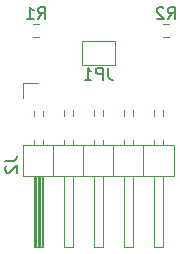
<source format=gbo>
G04 #@! TF.GenerationSoftware,KiCad,Pcbnew,(5.1.10)-1*
G04 #@! TF.CreationDate,2021-11-17T17:41:03-06:00*
G04 #@! TF.ProjectId,RJ45 Clearpath BOB,524a3435-2043-46c6-9561-727061746820,rev?*
G04 #@! TF.SameCoordinates,Original*
G04 #@! TF.FileFunction,Legend,Bot*
G04 #@! TF.FilePolarity,Positive*
%FSLAX46Y46*%
G04 Gerber Fmt 4.6, Leading zero omitted, Abs format (unit mm)*
G04 Created by KiCad (PCBNEW (5.1.10)-1) date 2021-11-17 17:41:03*
%MOMM*%
%LPD*%
G01*
G04 APERTURE LIST*
%ADD10C,0.120000*%
%ADD11C,0.150000*%
G04 APERTURE END LIST*
D10*
X232012258Y-105297500D02*
X231537742Y-105297500D01*
X232012258Y-104252500D02*
X231537742Y-104252500D01*
X221027258Y-105297500D02*
X220552742Y-105297500D01*
X221027258Y-104252500D02*
X220552742Y-104252500D01*
X224660000Y-107680000D02*
X227460000Y-107680000D01*
X227460000Y-107680000D02*
X227460000Y-105680000D01*
X227460000Y-105680000D02*
X224660000Y-105680000D01*
X224660000Y-105680000D02*
X224660000Y-107680000D01*
X219710000Y-109220000D02*
X219710000Y-110490000D01*
X220980000Y-109220000D02*
X219710000Y-109220000D01*
X231520000Y-111532929D02*
X231520000Y-111987071D01*
X230760000Y-111532929D02*
X230760000Y-111987071D01*
X231520000Y-114072929D02*
X231520000Y-114470000D01*
X230760000Y-114072929D02*
X230760000Y-114470000D01*
X231520000Y-123130000D02*
X231520000Y-117130000D01*
X230760000Y-123130000D02*
X231520000Y-123130000D01*
X230760000Y-117130000D02*
X230760000Y-123130000D01*
X229870000Y-114470000D02*
X229870000Y-117130000D01*
X228980000Y-111532929D02*
X228980000Y-111987071D01*
X228220000Y-111532929D02*
X228220000Y-111987071D01*
X228980000Y-114072929D02*
X228980000Y-114470000D01*
X228220000Y-114072929D02*
X228220000Y-114470000D01*
X228980000Y-123130000D02*
X228980000Y-117130000D01*
X228220000Y-123130000D02*
X228980000Y-123130000D01*
X228220000Y-117130000D02*
X228220000Y-123130000D01*
X227330000Y-114470000D02*
X227330000Y-117130000D01*
X226440000Y-111532929D02*
X226440000Y-111987071D01*
X225680000Y-111532929D02*
X225680000Y-111987071D01*
X226440000Y-114072929D02*
X226440000Y-114470000D01*
X225680000Y-114072929D02*
X225680000Y-114470000D01*
X226440000Y-123130000D02*
X226440000Y-117130000D01*
X225680000Y-123130000D02*
X226440000Y-123130000D01*
X225680000Y-117130000D02*
X225680000Y-123130000D01*
X224790000Y-114470000D02*
X224790000Y-117130000D01*
X223900000Y-111532929D02*
X223900000Y-111987071D01*
X223140000Y-111532929D02*
X223140000Y-111987071D01*
X223900000Y-114072929D02*
X223900000Y-114470000D01*
X223140000Y-114072929D02*
X223140000Y-114470000D01*
X223900000Y-123130000D02*
X223900000Y-117130000D01*
X223140000Y-123130000D02*
X223900000Y-123130000D01*
X223140000Y-117130000D02*
X223140000Y-123130000D01*
X222250000Y-114470000D02*
X222250000Y-117130000D01*
X221360000Y-111600000D02*
X221360000Y-111987071D01*
X220600000Y-111600000D02*
X220600000Y-111987071D01*
X221360000Y-114072929D02*
X221360000Y-114470000D01*
X220600000Y-114072929D02*
X220600000Y-114470000D01*
X221260000Y-117130000D02*
X221260000Y-123130000D01*
X221140000Y-117130000D02*
X221140000Y-123130000D01*
X221020000Y-117130000D02*
X221020000Y-123130000D01*
X220900000Y-117130000D02*
X220900000Y-123130000D01*
X220780000Y-117130000D02*
X220780000Y-123130000D01*
X220660000Y-117130000D02*
X220660000Y-123130000D01*
X221360000Y-123130000D02*
X221360000Y-117130000D01*
X220600000Y-123130000D02*
X221360000Y-123130000D01*
X220600000Y-117130000D02*
X220600000Y-123130000D01*
X219650000Y-117130000D02*
X219650000Y-114470000D01*
X232470000Y-117130000D02*
X219650000Y-117130000D01*
X232470000Y-114470000D02*
X232470000Y-117130000D01*
X219650000Y-114470000D02*
X232470000Y-114470000D01*
D11*
X231941666Y-103797380D02*
X232275000Y-103321190D01*
X232513095Y-103797380D02*
X232513095Y-102797380D01*
X232132142Y-102797380D01*
X232036904Y-102845000D01*
X231989285Y-102892619D01*
X231941666Y-102987857D01*
X231941666Y-103130714D01*
X231989285Y-103225952D01*
X232036904Y-103273571D01*
X232132142Y-103321190D01*
X232513095Y-103321190D01*
X231560714Y-102892619D02*
X231513095Y-102845000D01*
X231417857Y-102797380D01*
X231179761Y-102797380D01*
X231084523Y-102845000D01*
X231036904Y-102892619D01*
X230989285Y-102987857D01*
X230989285Y-103083095D01*
X231036904Y-103225952D01*
X231608333Y-103797380D01*
X230989285Y-103797380D01*
X220956666Y-103797380D02*
X221290000Y-103321190D01*
X221528095Y-103797380D02*
X221528095Y-102797380D01*
X221147142Y-102797380D01*
X221051904Y-102845000D01*
X221004285Y-102892619D01*
X220956666Y-102987857D01*
X220956666Y-103130714D01*
X221004285Y-103225952D01*
X221051904Y-103273571D01*
X221147142Y-103321190D01*
X221528095Y-103321190D01*
X220004285Y-103797380D02*
X220575714Y-103797380D01*
X220290000Y-103797380D02*
X220290000Y-102797380D01*
X220385238Y-102940238D01*
X220480476Y-103035476D01*
X220575714Y-103083095D01*
X226893333Y-107932380D02*
X226893333Y-108646666D01*
X226940952Y-108789523D01*
X227036190Y-108884761D01*
X227179047Y-108932380D01*
X227274285Y-108932380D01*
X226417142Y-108932380D02*
X226417142Y-107932380D01*
X226036190Y-107932380D01*
X225940952Y-107980000D01*
X225893333Y-108027619D01*
X225845714Y-108122857D01*
X225845714Y-108265714D01*
X225893333Y-108360952D01*
X225940952Y-108408571D01*
X226036190Y-108456190D01*
X226417142Y-108456190D01*
X224893333Y-108932380D02*
X225464761Y-108932380D01*
X225179047Y-108932380D02*
X225179047Y-107932380D01*
X225274285Y-108075238D01*
X225369523Y-108170476D01*
X225464761Y-108218095D01*
X218162380Y-115811666D02*
X218876666Y-115811666D01*
X219019523Y-115764047D01*
X219114761Y-115668809D01*
X219162380Y-115525952D01*
X219162380Y-115430714D01*
X218257619Y-116240238D02*
X218210000Y-116287857D01*
X218162380Y-116383095D01*
X218162380Y-116621190D01*
X218210000Y-116716428D01*
X218257619Y-116764047D01*
X218352857Y-116811666D01*
X218448095Y-116811666D01*
X218590952Y-116764047D01*
X219162380Y-116192619D01*
X219162380Y-116811666D01*
M02*

</source>
